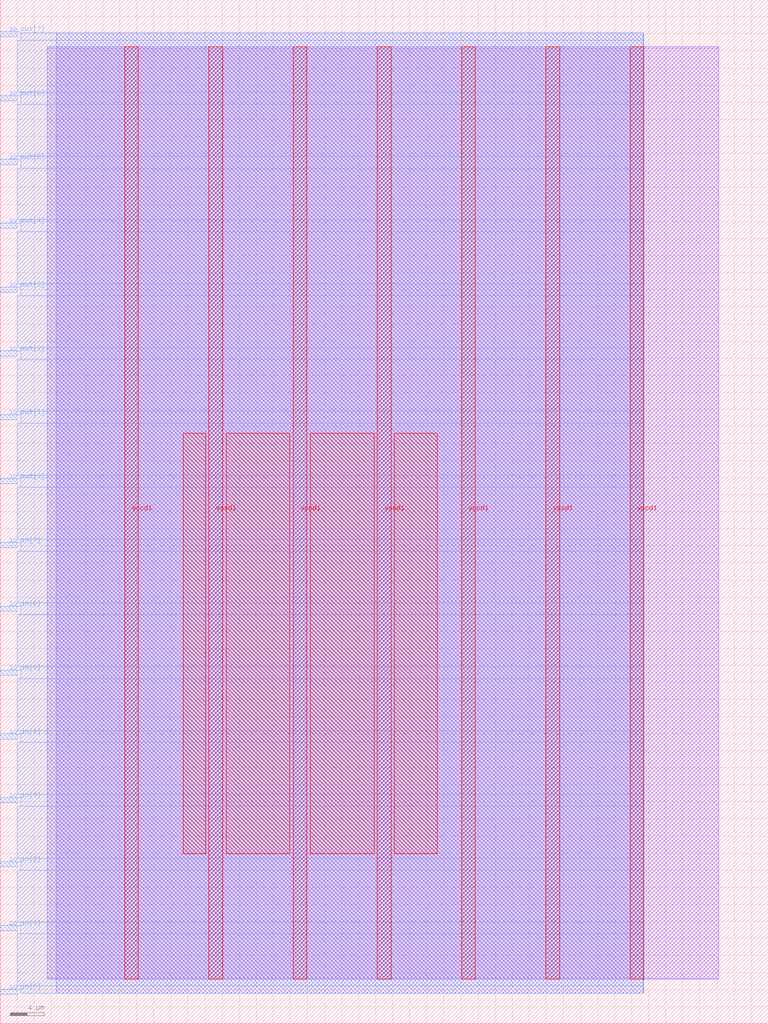
<source format=lef>
VERSION 5.7 ;
  NOWIREEXTENSIONATPIN ON ;
  DIVIDERCHAR "/" ;
  BUSBITCHARS "[]" ;
MACRO asic_multiplier_wrapper
  CLASS BLOCK ;
  FOREIGN asic_multiplier_wrapper ;
  ORIGIN 0.000 0.000 ;
  SIZE 90.000 BY 120.000 ;
  PIN io_in[0]
    DIRECTION INPUT ;
    USE SIGNAL ;
    PORT
      LAYER met3 ;
        RECT 0.000 3.440 2.000 4.040 ;
    END
  END io_in[0]
  PIN io_in[1]
    DIRECTION INPUT ;
    USE SIGNAL ;
    PORT
      LAYER met3 ;
        RECT 0.000 10.920 2.000 11.520 ;
    END
  END io_in[1]
  PIN io_in[2]
    DIRECTION INPUT ;
    USE SIGNAL ;
    PORT
      LAYER met3 ;
        RECT 0.000 18.400 2.000 19.000 ;
    END
  END io_in[2]
  PIN io_in[3]
    DIRECTION INPUT ;
    USE SIGNAL ;
    PORT
      LAYER met3 ;
        RECT 0.000 25.880 2.000 26.480 ;
    END
  END io_in[3]
  PIN io_in[4]
    DIRECTION INPUT ;
    USE SIGNAL ;
    PORT
      LAYER met3 ;
        RECT 0.000 33.360 2.000 33.960 ;
    END
  END io_in[4]
  PIN io_in[5]
    DIRECTION INPUT ;
    USE SIGNAL ;
    PORT
      LAYER met3 ;
        RECT 0.000 40.840 2.000 41.440 ;
    END
  END io_in[5]
  PIN io_in[6]
    DIRECTION INPUT ;
    USE SIGNAL ;
    PORT
      LAYER met3 ;
        RECT 0.000 48.320 2.000 48.920 ;
    END
  END io_in[6]
  PIN io_in[7]
    DIRECTION INPUT ;
    USE SIGNAL ;
    PORT
      LAYER met3 ;
        RECT 0.000 55.800 2.000 56.400 ;
    END
  END io_in[7]
  PIN io_out[0]
    DIRECTION OUTPUT TRISTATE ;
    USE SIGNAL ;
    PORT
      LAYER met3 ;
        RECT 0.000 63.280 2.000 63.880 ;
    END
  END io_out[0]
  PIN io_out[1]
    DIRECTION OUTPUT TRISTATE ;
    USE SIGNAL ;
    PORT
      LAYER met3 ;
        RECT 0.000 70.760 2.000 71.360 ;
    END
  END io_out[1]
  PIN io_out[2]
    DIRECTION OUTPUT TRISTATE ;
    USE SIGNAL ;
    PORT
      LAYER met3 ;
        RECT 0.000 78.240 2.000 78.840 ;
    END
  END io_out[2]
  PIN io_out[3]
    DIRECTION OUTPUT TRISTATE ;
    USE SIGNAL ;
    PORT
      LAYER met3 ;
        RECT 0.000 85.720 2.000 86.320 ;
    END
  END io_out[3]
  PIN io_out[4]
    DIRECTION OUTPUT TRISTATE ;
    USE SIGNAL ;
    PORT
      LAYER met3 ;
        RECT 0.000 93.200 2.000 93.800 ;
    END
  END io_out[4]
  PIN io_out[5]
    DIRECTION OUTPUT TRISTATE ;
    USE SIGNAL ;
    PORT
      LAYER met3 ;
        RECT 0.000 100.680 2.000 101.280 ;
    END
  END io_out[5]
  PIN io_out[6]
    DIRECTION OUTPUT TRISTATE ;
    USE SIGNAL ;
    PORT
      LAYER met3 ;
        RECT 0.000 108.160 2.000 108.760 ;
    END
  END io_out[6]
  PIN io_out[7]
    DIRECTION OUTPUT TRISTATE ;
    USE SIGNAL ;
    PORT
      LAYER met3 ;
        RECT 0.000 115.640 2.000 116.240 ;
    END
  END io_out[7]
  PIN vccd1
    DIRECTION INOUT ;
    USE POWER ;
    PORT
      LAYER met4 ;
        RECT 14.590 5.200 16.190 114.480 ;
    END
    PORT
      LAYER met4 ;
        RECT 34.330 5.200 35.930 114.480 ;
    END
    PORT
      LAYER met4 ;
        RECT 54.070 5.200 55.670 114.480 ;
    END
    PORT
      LAYER met4 ;
        RECT 73.810 5.200 75.410 114.480 ;
    END
  END vccd1
  PIN vssd1
    DIRECTION INOUT ;
    USE GROUND ;
    PORT
      LAYER met4 ;
        RECT 24.460 5.200 26.060 114.480 ;
    END
    PORT
      LAYER met4 ;
        RECT 44.200 5.200 45.800 114.480 ;
    END
    PORT
      LAYER met4 ;
        RECT 63.940 5.200 65.540 114.480 ;
    END
  END vssd1
  OBS
      LAYER li1 ;
        RECT 5.520 5.355 84.180 114.325 ;
      LAYER met1 ;
        RECT 5.520 5.200 84.180 114.480 ;
      LAYER met2 ;
        RECT 6.540 3.555 75.380 116.125 ;
      LAYER met3 ;
        RECT 2.400 115.240 75.400 116.105 ;
        RECT 2.000 109.160 75.400 115.240 ;
        RECT 2.400 107.760 75.400 109.160 ;
        RECT 2.000 101.680 75.400 107.760 ;
        RECT 2.400 100.280 75.400 101.680 ;
        RECT 2.000 94.200 75.400 100.280 ;
        RECT 2.400 92.800 75.400 94.200 ;
        RECT 2.000 86.720 75.400 92.800 ;
        RECT 2.400 85.320 75.400 86.720 ;
        RECT 2.000 79.240 75.400 85.320 ;
        RECT 2.400 77.840 75.400 79.240 ;
        RECT 2.000 71.760 75.400 77.840 ;
        RECT 2.400 70.360 75.400 71.760 ;
        RECT 2.000 64.280 75.400 70.360 ;
        RECT 2.400 62.880 75.400 64.280 ;
        RECT 2.000 56.800 75.400 62.880 ;
        RECT 2.400 55.400 75.400 56.800 ;
        RECT 2.000 49.320 75.400 55.400 ;
        RECT 2.400 47.920 75.400 49.320 ;
        RECT 2.000 41.840 75.400 47.920 ;
        RECT 2.400 40.440 75.400 41.840 ;
        RECT 2.000 34.360 75.400 40.440 ;
        RECT 2.400 32.960 75.400 34.360 ;
        RECT 2.000 26.880 75.400 32.960 ;
        RECT 2.400 25.480 75.400 26.880 ;
        RECT 2.000 19.400 75.400 25.480 ;
        RECT 2.400 18.000 75.400 19.400 ;
        RECT 2.000 11.920 75.400 18.000 ;
        RECT 2.400 10.520 75.400 11.920 ;
        RECT 2.000 4.440 75.400 10.520 ;
        RECT 2.400 3.575 75.400 4.440 ;
      LAYER met4 ;
        RECT 21.455 19.895 24.060 69.185 ;
        RECT 26.460 19.895 33.930 69.185 ;
        RECT 36.330 19.895 43.800 69.185 ;
        RECT 46.200 19.895 51.225 69.185 ;
  END
END asic_multiplier_wrapper
END LIBRARY


</source>
